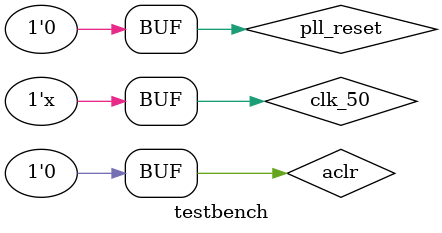
<source format=v>
`timescale 1ns/1ps
module testbench;
reg clk_50;
reg pll_reset;
initial begin
clk_50<=1'b0;

end
always #10 clk_50<=~clk_50;
wire clk_50_90;
wire clk_150_0;
wire clk_150_90;
wire clk_50_0;







reg [1:0] state=2'b00;
reg [3:0] wait_4=4'b000;
reg wreq=1'b0;
reg rreq=1'b0;
reg [15:0] w_data=15'b0;
always @(posedge clk_50_0)
begin
 case(state)
 2'b00:begin
  if(wait_4==4'b1000)
   begin
	 wait_4<=4'b000;
	 state<=2'b01;
	end
  else
   wait_4=wait_4+4'b001;
  end
  2'b01:begin
  if(wait_4==4'b1000)
   begin
	 wait_4<=4'b000;
	 state<=2'b10;
	 wreq<=1'b0;
	end
  else
   begin
	 wreq<=1'b1;
	 w_data<=w_data+15'd1;
	 wait_4<=wait_4+4'b001;
   end
  end
  2'b10:begin
  if(wait_4==4'b1000)
   begin
	 wait_4<=4'b000;
	 state<=2'b11;
	end
  else
   wait_4=wait_4+4'b001;
  end
  2'b11:begin
  if(wait_4==4'b1000)
   begin
	 wait_4<=4'b000;
	 state<=2'b00;
	 rreq<=1'b0;
	end
  else
   begin
	 wait_4<=wait_4+4'b001;
   end 
	end
  default:begin
	state<=2'b00;
   wait_4<=4'b000;
  end
  endcase
end

reg [3:0] count=4'b0;
always @(posedge clk_150_0)
begin
 if(state==2'b11)
 begin
  if(count==4'b1000)
   begin
	 state<=2'b10;
    wait_4<=4'b0;
	 count<=4'b0;
	 rreq<=1'b0;
	end
 else
 begin
  rreq<=1'b1;
  count=count+4'b0001;
  end
 end
end


reg aclr=1'b0;
initial begin
pll_reset<=1'b1;
#30
pll_reset<=1'b0;
#1000000
aclr<=1'b1;
#1
aclr<=1'b0;
#100
aclr<=1'b1;
#10
aclr<=1'b0;
end

wire [15:0] data_out;
wire rempty;
wire wempty;
wire rfull;
wire wfull;
wire [2:0] ruse;
wire [2:0] wuse;

top top11(
	.aclr(aclr),
	.data(w_data),
	.rdclk(clk_150_90),
	.rdreq(rreq),
	.wrclk(clk_50_90),
	.wrreq(wreq),
	.q(data_out),
	.rdempty(rempty),
	.rdfull(rfull),
	.rdusedw(ruse),
	.wrempty(wempty),
	.wrfull(wfull),
	.wrusedw(wuse),
	.clk_50(clk_50),
	.clk_50_0(clk_50_0),
	.clk_150_0(clk_150_0),
	.clk_150_90(clk_150_90),
	.clk_50_90(clk_50_90),
	.pll_reset(pll_reset)
	);
	
endmodule

</source>
